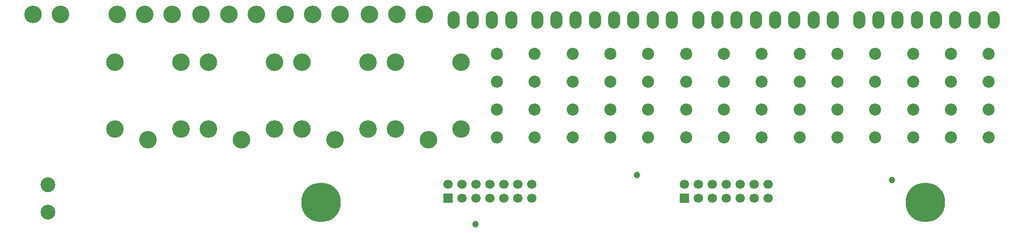
<source format=gbs>
G04 Layer_Color=16711935*
%FSLAX42Y42*%
%MOMM*%
G71*
G01*
G75*
%ADD29C,2.70*%
%ADD30O,2.20X3.20*%
%ADD31C,3.20*%
%ADD32C,2.20*%
%ADD33R,1.70X1.70*%
%ADD34C,1.70*%
%ADD35C,7.20*%
%ADD36C,1.20*%
D29*
X4030Y573D02*
D03*
Y73D02*
D03*
D30*
X12457Y3575D02*
D03*
X12107D02*
D03*
X11757D02*
D03*
X11407D02*
D03*
X21240D02*
D03*
X20890D02*
D03*
X20540D02*
D03*
X20190D02*
D03*
X19840D02*
D03*
X19490D02*
D03*
X19140D02*
D03*
X18790D02*
D03*
X18312D02*
D03*
X17962D02*
D03*
X17612D02*
D03*
X17262D02*
D03*
X16912D02*
D03*
X16562D02*
D03*
X16212D02*
D03*
X15862D02*
D03*
X15382D02*
D03*
X15032D02*
D03*
X14682D02*
D03*
X14332D02*
D03*
X13982D02*
D03*
X13632D02*
D03*
X13282D02*
D03*
X12932D02*
D03*
D31*
X9850Y2810D02*
D03*
X8650D02*
D03*
X9250Y1390D02*
D03*
X9850Y1590D02*
D03*
X8650D02*
D03*
X11550Y2810D02*
D03*
X10350D02*
D03*
X10950Y1390D02*
D03*
X11550Y1590D02*
D03*
X10350D02*
D03*
X10378Y3678D02*
D03*
X9878D02*
D03*
X10878D02*
D03*
X8848D02*
D03*
X8348D02*
D03*
X9348D02*
D03*
X6450Y2810D02*
D03*
X5250D02*
D03*
X5850Y1390D02*
D03*
X6450Y1590D02*
D03*
X5250D02*
D03*
X8150Y2810D02*
D03*
X6950D02*
D03*
X7550Y1390D02*
D03*
X8150Y1590D02*
D03*
X6950D02*
D03*
X7318Y3678D02*
D03*
X6818D02*
D03*
X7818D02*
D03*
X5788D02*
D03*
X5288D02*
D03*
X6288D02*
D03*
X4260D02*
D03*
X3760D02*
D03*
D32*
X17019Y1946D02*
D03*
Y2454D02*
D03*
Y2962D02*
D03*
Y1438D02*
D03*
X17708Y1946D02*
D03*
Y2454D02*
D03*
Y2962D02*
D03*
Y1438D02*
D03*
X20462D02*
D03*
Y2962D02*
D03*
Y2454D02*
D03*
Y1946D02*
D03*
X21150Y1438D02*
D03*
Y2962D02*
D03*
Y2454D02*
D03*
X21150Y1946D02*
D03*
X19773Y1438D02*
D03*
X19773Y2962D02*
D03*
X19773Y2454D02*
D03*
X19773Y1946D02*
D03*
X19085Y1438D02*
D03*
Y2962D02*
D03*
Y2454D02*
D03*
Y1946D02*
D03*
X18396Y1438D02*
D03*
Y2962D02*
D03*
Y2454D02*
D03*
Y1946D02*
D03*
X16331Y1438D02*
D03*
Y2962D02*
D03*
Y2454D02*
D03*
X16331Y1946D02*
D03*
X15642Y1438D02*
D03*
Y2962D02*
D03*
X15642Y2454D02*
D03*
X15642Y1946D02*
D03*
X14954Y1438D02*
D03*
X14954Y2962D02*
D03*
X14954Y2454D02*
D03*
X14954Y1946D02*
D03*
X14265Y1946D02*
D03*
Y2454D02*
D03*
Y2962D02*
D03*
Y1438D02*
D03*
X13577Y1946D02*
D03*
Y2454D02*
D03*
Y2962D02*
D03*
Y1438D02*
D03*
X12888Y1946D02*
D03*
Y2454D02*
D03*
Y2962D02*
D03*
Y1438D02*
D03*
X12200Y1946D02*
D03*
Y2454D02*
D03*
Y2962D02*
D03*
Y1438D02*
D03*
D33*
X15607Y325D02*
D03*
X11307D02*
D03*
D34*
X15607Y579D02*
D03*
X15861Y325D02*
D03*
Y579D02*
D03*
X16115Y325D02*
D03*
Y579D02*
D03*
X16369Y325D02*
D03*
Y579D02*
D03*
X16623Y325D02*
D03*
Y579D02*
D03*
X16877D02*
D03*
Y325D02*
D03*
X17131Y579D02*
D03*
Y325D02*
D03*
X11307Y579D02*
D03*
X11561Y325D02*
D03*
Y579D02*
D03*
X11815Y325D02*
D03*
Y579D02*
D03*
X12069Y325D02*
D03*
Y579D02*
D03*
X12323Y325D02*
D03*
Y579D02*
D03*
X12577D02*
D03*
Y325D02*
D03*
X12831Y579D02*
D03*
Y325D02*
D03*
D35*
X20000Y250D02*
D03*
X9000D02*
D03*
D36*
X11812Y-148D02*
D03*
X19383Y655D02*
D03*
X14750Y750D02*
D03*
M02*

</source>
